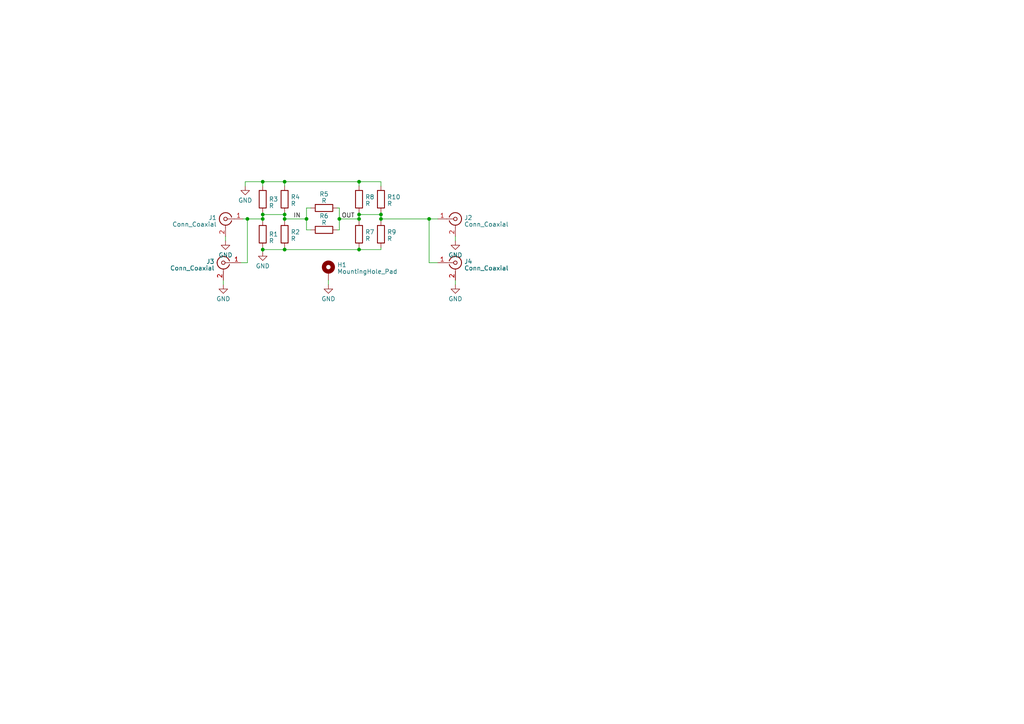
<source format=kicad_sch>
(kicad_sch (version 20230121) (generator eeschema)

  (uuid b79c9f3b-29dc-413f-bd4f-a205bf27a82d)

  (paper "A4")

  (lib_symbols
    (symbol "Connector:Conn_Coaxial" (pin_names (offset 1.016) hide) (in_bom yes) (on_board yes)
      (property "Reference" "J" (at 0.254 3.048 0)
        (effects (font (size 1.27 1.27)))
      )
      (property "Value" "Conn_Coaxial" (at 2.921 0 90)
        (effects (font (size 1.27 1.27)))
      )
      (property "Footprint" "" (at 0 0 0)
        (effects (font (size 1.27 1.27)) hide)
      )
      (property "Datasheet" " ~" (at 0 0 0)
        (effects (font (size 1.27 1.27)) hide)
      )
      (property "ki_keywords" "BNC SMA SMB SMC LEMO coaxial connector CINCH RCA" (at 0 0 0)
        (effects (font (size 1.27 1.27)) hide)
      )
      (property "ki_description" "coaxial connector (BNC, SMA, SMB, SMC, Cinch/RCA, LEMO, ...)" (at 0 0 0)
        (effects (font (size 1.27 1.27)) hide)
      )
      (property "ki_fp_filters" "*BNC* *SMA* *SMB* *SMC* *Cinch* *LEMO*" (at 0 0 0)
        (effects (font (size 1.27 1.27)) hide)
      )
      (symbol "Conn_Coaxial_0_1"
        (arc (start -1.778 -0.508) (mid 0.2311 -1.8066) (end 1.778 0)
          (stroke (width 0.254) (type default))
          (fill (type none))
        )
        (polyline
          (pts
            (xy -2.54 0)
            (xy -0.508 0)
          )
          (stroke (width 0) (type default))
          (fill (type none))
        )
        (polyline
          (pts
            (xy 0 -2.54)
            (xy 0 -1.778)
          )
          (stroke (width 0) (type default))
          (fill (type none))
        )
        (circle (center 0 0) (radius 0.508)
          (stroke (width 0.2032) (type default))
          (fill (type none))
        )
        (arc (start 1.778 0) (mid 0.2099 1.8101) (end -1.778 0.508)
          (stroke (width 0.254) (type default))
          (fill (type none))
        )
      )
      (symbol "Conn_Coaxial_1_1"
        (pin passive line (at -5.08 0 0) (length 2.54)
          (name "In" (effects (font (size 1.27 1.27))))
          (number "1" (effects (font (size 1.27 1.27))))
        )
        (pin passive line (at 0 -5.08 90) (length 2.54)
          (name "Ext" (effects (font (size 1.27 1.27))))
          (number "2" (effects (font (size 1.27 1.27))))
        )
      )
    )
    (symbol "Device:R" (pin_numbers hide) (pin_names (offset 0)) (in_bom yes) (on_board yes)
      (property "Reference" "R" (at 2.032 0 90)
        (effects (font (size 1.27 1.27)))
      )
      (property "Value" "R" (at 0 0 90)
        (effects (font (size 1.27 1.27)))
      )
      (property "Footprint" "" (at -1.778 0 90)
        (effects (font (size 1.27 1.27)) hide)
      )
      (property "Datasheet" "~" (at 0 0 0)
        (effects (font (size 1.27 1.27)) hide)
      )
      (property "ki_keywords" "R res resistor" (at 0 0 0)
        (effects (font (size 1.27 1.27)) hide)
      )
      (property "ki_description" "Resistor" (at 0 0 0)
        (effects (font (size 1.27 1.27)) hide)
      )
      (property "ki_fp_filters" "R_*" (at 0 0 0)
        (effects (font (size 1.27 1.27)) hide)
      )
      (symbol "R_0_1"
        (rectangle (start -1.016 -2.54) (end 1.016 2.54)
          (stroke (width 0.254) (type default))
          (fill (type none))
        )
      )
      (symbol "R_1_1"
        (pin passive line (at 0 3.81 270) (length 1.27)
          (name "~" (effects (font (size 1.27 1.27))))
          (number "1" (effects (font (size 1.27 1.27))))
        )
        (pin passive line (at 0 -3.81 90) (length 1.27)
          (name "~" (effects (font (size 1.27 1.27))))
          (number "2" (effects (font (size 1.27 1.27))))
        )
      )
    )
    (symbol "Mechanical:MountingHole_Pad" (pin_numbers hide) (pin_names (offset 1.016) hide) (in_bom yes) (on_board yes)
      (property "Reference" "H" (at 0 6.35 0)
        (effects (font (size 1.27 1.27)))
      )
      (property "Value" "MountingHole_Pad" (at 0 4.445 0)
        (effects (font (size 1.27 1.27)))
      )
      (property "Footprint" "" (at 0 0 0)
        (effects (font (size 1.27 1.27)) hide)
      )
      (property "Datasheet" "~" (at 0 0 0)
        (effects (font (size 1.27 1.27)) hide)
      )
      (property "ki_keywords" "mounting hole" (at 0 0 0)
        (effects (font (size 1.27 1.27)) hide)
      )
      (property "ki_description" "Mounting Hole with connection" (at 0 0 0)
        (effects (font (size 1.27 1.27)) hide)
      )
      (property "ki_fp_filters" "MountingHole*Pad*" (at 0 0 0)
        (effects (font (size 1.27 1.27)) hide)
      )
      (symbol "MountingHole_Pad_0_1"
        (circle (center 0 1.27) (radius 1.27)
          (stroke (width 1.27) (type default))
          (fill (type none))
        )
      )
      (symbol "MountingHole_Pad_1_1"
        (pin input line (at 0 -2.54 90) (length 2.54)
          (name "1" (effects (font (size 1.27 1.27))))
          (number "1" (effects (font (size 1.27 1.27))))
        )
      )
    )
    (symbol "power:GND" (power) (pin_names (offset 0)) (in_bom yes) (on_board yes)
      (property "Reference" "#PWR" (at 0 -6.35 0)
        (effects (font (size 1.27 1.27)) hide)
      )
      (property "Value" "GND" (at 0 -3.81 0)
        (effects (font (size 1.27 1.27)))
      )
      (property "Footprint" "" (at 0 0 0)
        (effects (font (size 1.27 1.27)) hide)
      )
      (property "Datasheet" "" (at 0 0 0)
        (effects (font (size 1.27 1.27)) hide)
      )
      (property "ki_keywords" "global power" (at 0 0 0)
        (effects (font (size 1.27 1.27)) hide)
      )
      (property "ki_description" "Power symbol creates a global label with name \"GND\" , ground" (at 0 0 0)
        (effects (font (size 1.27 1.27)) hide)
      )
      (symbol "GND_0_1"
        (polyline
          (pts
            (xy 0 0)
            (xy 0 -1.27)
            (xy 1.27 -1.27)
            (xy 0 -2.54)
            (xy -1.27 -1.27)
            (xy 0 -1.27)
          )
          (stroke (width 0) (type default))
          (fill (type none))
        )
      )
      (symbol "GND_1_1"
        (pin power_in line (at 0 0 270) (length 0) hide
          (name "GND" (effects (font (size 1.27 1.27))))
          (number "1" (effects (font (size 1.27 1.27))))
        )
      )
    )
  )

  (junction (at 82.55 52.705) (diameter 0) (color 0 0 0 0)
    (uuid 01764de9-592e-435d-96ed-4a59e4b784e7)
  )
  (junction (at 104.14 72.39) (diameter 0) (color 0 0 0 0)
    (uuid 0a44eb6b-fe29-4556-ac02-773afa381f9e)
  )
  (junction (at 76.2 63.5) (diameter 0) (color 0 0 0 0)
    (uuid 124e06e9-49bf-4329-a992-5487ad3b1983)
  )
  (junction (at 104.14 62.23) (diameter 0) (color 0 0 0 0)
    (uuid 2c48f5a0-aead-49d7-a0ba-5bdbd295161c)
  )
  (junction (at 124.46 63.5) (diameter 0) (color 0 0 0 0)
    (uuid 43090835-dbdc-416c-aece-df57ffe852ed)
  )
  (junction (at 76.2 62.23) (diameter 0) (color 0 0 0 0)
    (uuid 50423316-3b42-4447-a3f1-5c8e91effa14)
  )
  (junction (at 82.55 63.5) (diameter 0) (color 0 0 0 0)
    (uuid 69a64855-997f-4182-9bc4-9be46312fe5f)
  )
  (junction (at 82.55 72.39) (diameter 0) (color 0 0 0 0)
    (uuid 7155767f-b10c-49a4-abf2-870b93cb3832)
  )
  (junction (at 76.2 72.39) (diameter 0) (color 0 0 0 0)
    (uuid 72e264b5-a210-4ef2-905a-17778cce3e58)
  )
  (junction (at 82.55 62.23) (diameter 0) (color 0 0 0 0)
    (uuid 81b0d091-41fd-4b16-b366-9b5da5c9a136)
  )
  (junction (at 110.49 63.5) (diameter 0) (color 0 0 0 0)
    (uuid 854bc641-8b83-4ec4-88aa-84346d35c439)
  )
  (junction (at 88.9 63.5) (diameter 0) (color 0 0 0 0)
    (uuid 9b605649-622b-4d81-80f9-e9abead735f6)
  )
  (junction (at 71.755 63.5) (diameter 0) (color 0 0 0 0)
    (uuid b42432ba-82b6-48c9-ba58-0d866b38b783)
  )
  (junction (at 104.14 52.705) (diameter 0) (color 0 0 0 0)
    (uuid c7200b91-71be-4cbe-ab6e-d73d0c95c508)
  )
  (junction (at 104.14 63.5) (diameter 0) (color 0 0 0 0)
    (uuid d144c04c-064b-40fc-b40b-1f65fe1fca97)
  )
  (junction (at 76.2 52.705) (diameter 0) (color 0 0 0 0)
    (uuid d971c71a-de88-475b-ba35-6502e1e97b99)
  )
  (junction (at 98.425 63.5) (diameter 0) (color 0 0 0 0)
    (uuid e50a4d25-7892-4033-9cf9-46d0cf1dba89)
  )
  (junction (at 110.49 62.23) (diameter 0) (color 0 0 0 0)
    (uuid fb92c093-f824-40dd-853c-dbe9eb183f93)
  )

  (wire (pts (xy 76.2 61.595) (xy 76.2 62.23))
    (stroke (width 0) (type default))
    (uuid 02b290de-2b3a-4349-bc5e-57a3935f660f)
  )
  (wire (pts (xy 95.25 81.28) (xy 95.25 82.55))
    (stroke (width 0) (type default))
    (uuid 07244325-f7c8-4290-98c1-bee6e7fda1bd)
  )
  (wire (pts (xy 76.2 63.5) (xy 76.2 64.135))
    (stroke (width 0) (type default))
    (uuid 0a680a1b-9c67-4bb5-9478-1642c0a18997)
  )
  (wire (pts (xy 104.14 72.39) (xy 110.49 72.39))
    (stroke (width 0) (type default))
    (uuid 10b688d3-901c-450c-8103-01bfb53f596d)
  )
  (wire (pts (xy 76.2 52.705) (xy 82.55 52.705))
    (stroke (width 0) (type default))
    (uuid 14536661-d9bc-4632-8c75-779719f5affd)
  )
  (wire (pts (xy 110.49 63.5) (xy 124.46 63.5))
    (stroke (width 0) (type default))
    (uuid 2183f2a8-4dc1-48fa-a317-ce86d91012e3)
  )
  (wire (pts (xy 97.79 66.675) (xy 98.425 66.675))
    (stroke (width 0) (type default))
    (uuid 240c9f33-0dc3-417e-bf90-ef9f0c713360)
  )
  (wire (pts (xy 88.9 60.325) (xy 90.17 60.325))
    (stroke (width 0) (type default))
    (uuid 2845ca0a-3d93-462d-80c5-a432e3b004b5)
  )
  (wire (pts (xy 82.55 62.23) (xy 82.55 61.595))
    (stroke (width 0) (type default))
    (uuid 2d55ff41-084f-4fe0-a680-1ce43ad8fb27)
  )
  (wire (pts (xy 76.2 72.39) (xy 76.2 73.025))
    (stroke (width 0) (type default))
    (uuid 2f2a09aa-2a73-467e-8ae0-295bc99ce324)
  )
  (wire (pts (xy 82.55 52.705) (xy 104.14 52.705))
    (stroke (width 0) (type default))
    (uuid 3762db7c-e007-40c7-bfa6-a91082639f94)
  )
  (wire (pts (xy 110.49 62.23) (xy 110.49 63.5))
    (stroke (width 0) (type default))
    (uuid 402458f5-b2ca-458b-8d09-21f508374806)
  )
  (wire (pts (xy 104.14 63.5) (xy 104.14 64.135))
    (stroke (width 0) (type default))
    (uuid 44d2b16a-d268-4fdf-a718-10ae1222ae76)
  )
  (wire (pts (xy 76.2 62.23) (xy 82.55 62.23))
    (stroke (width 0) (type default))
    (uuid 44d39de5-56ee-48a4-9853-8c1408af5252)
  )
  (wire (pts (xy 82.55 63.5) (xy 88.9 63.5))
    (stroke (width 0) (type default))
    (uuid 46b6cc85-afd8-48c6-9eb7-ca8cc6e1a5f0)
  )
  (wire (pts (xy 65.405 68.58) (xy 65.405 69.85))
    (stroke (width 0) (type default))
    (uuid 4b2b3f82-cd5a-4e30-8308-9a49758ede7d)
  )
  (wire (pts (xy 88.9 63.5) (xy 88.9 66.675))
    (stroke (width 0) (type default))
    (uuid 59f6551c-cb86-4c65-a45a-1c6cab5a59d3)
  )
  (wire (pts (xy 76.2 52.705) (xy 76.2 53.975))
    (stroke (width 0) (type default))
    (uuid 5cc1dc0b-4fa0-4aad-93d0-99fbd8a92c49)
  )
  (wire (pts (xy 82.55 71.755) (xy 82.55 72.39))
    (stroke (width 0) (type default))
    (uuid 5fdff06b-6332-4995-aba1-a6a13a70ad18)
  )
  (wire (pts (xy 71.12 52.705) (xy 76.2 52.705))
    (stroke (width 0) (type default))
    (uuid 60f2b22a-d776-4f59-8d78-2be3340c9cc7)
  )
  (wire (pts (xy 104.14 52.705) (xy 110.49 52.705))
    (stroke (width 0) (type default))
    (uuid 66dd314e-4e5c-4b1d-a11c-fe167e834fe7)
  )
  (wire (pts (xy 110.49 62.23) (xy 110.49 61.595))
    (stroke (width 0) (type default))
    (uuid 6c984b16-04de-4bbe-ac2a-b632525b5b88)
  )
  (wire (pts (xy 76.2 71.755) (xy 76.2 72.39))
    (stroke (width 0) (type default))
    (uuid 71ea28d9-ec1c-4ba0-b4cf-ab630f4b11c0)
  )
  (wire (pts (xy 124.46 76.2) (xy 127 76.2))
    (stroke (width 0) (type default))
    (uuid 7437a015-6f70-4ebb-bf8e-8326161c6efe)
  )
  (wire (pts (xy 64.77 81.28) (xy 64.77 82.55))
    (stroke (width 0) (type default))
    (uuid 78469642-9478-4316-88d3-78165bc19c3f)
  )
  (wire (pts (xy 132.08 81.28) (xy 132.08 82.55))
    (stroke (width 0) (type default))
    (uuid 7c674eed-7f8a-4709-b22e-a6ed2d9d27f0)
  )
  (wire (pts (xy 104.14 52.705) (xy 104.14 53.975))
    (stroke (width 0) (type default))
    (uuid 849f9d84-dda4-49c7-b069-04e7f7bee3d1)
  )
  (wire (pts (xy 104.14 61.595) (xy 104.14 62.23))
    (stroke (width 0) (type default))
    (uuid 89177252-82e3-4dba-8f41-5fa17d717db5)
  )
  (wire (pts (xy 88.9 60.325) (xy 88.9 63.5))
    (stroke (width 0) (type default))
    (uuid 8eafe88e-a9a0-4bbb-ac0c-0c1480b76f27)
  )
  (wire (pts (xy 124.46 63.5) (xy 127 63.5))
    (stroke (width 0) (type default))
    (uuid 9d7ab2b9-052b-4c26-8e4a-d44d4085e763)
  )
  (wire (pts (xy 82.55 63.5) (xy 82.55 64.135))
    (stroke (width 0) (type default))
    (uuid a1ee6dfc-c9d3-4f3a-b8ea-ac0139c7d6d1)
  )
  (wire (pts (xy 71.755 63.5) (xy 70.485 63.5))
    (stroke (width 0) (type default))
    (uuid a403ada3-d9b6-4bd9-8571-d455a977f1cb)
  )
  (wire (pts (xy 98.425 63.5) (xy 104.14 63.5))
    (stroke (width 0) (type default))
    (uuid a7812ccb-4e06-477f-91f6-032bb4373923)
  )
  (wire (pts (xy 98.425 63.5) (xy 98.425 60.325))
    (stroke (width 0) (type default))
    (uuid a9dbe305-88f7-4fde-b8c4-4c25f76502df)
  )
  (wire (pts (xy 124.46 63.5) (xy 124.46 76.2))
    (stroke (width 0) (type default))
    (uuid acfb6284-9386-4b14-9278-77526e9caff4)
  )
  (wire (pts (xy 132.08 68.58) (xy 132.08 69.85))
    (stroke (width 0) (type default))
    (uuid ade06de1-b30d-4a94-934b-b91e84a6863a)
  )
  (wire (pts (xy 71.755 63.5) (xy 71.755 76.2))
    (stroke (width 0) (type default))
    (uuid b05b902b-42c9-46c5-a777-99c401e8b3d1)
  )
  (wire (pts (xy 88.9 66.675) (xy 90.17 66.675))
    (stroke (width 0) (type default))
    (uuid b2730c20-a67b-46aa-9a62-e7d49f5f1d8e)
  )
  (wire (pts (xy 98.425 60.325) (xy 97.79 60.325))
    (stroke (width 0) (type default))
    (uuid ba01fded-296e-4631-8a56-3325be21e948)
  )
  (wire (pts (xy 76.2 63.5) (xy 71.755 63.5))
    (stroke (width 0) (type default))
    (uuid bfbaebfd-c234-4bc2-bbdc-39f54ef46553)
  )
  (wire (pts (xy 110.49 52.705) (xy 110.49 53.975))
    (stroke (width 0) (type default))
    (uuid c39a30ea-32eb-4873-a14c-5ae5ff601b9a)
  )
  (wire (pts (xy 82.55 72.39) (xy 104.14 72.39))
    (stroke (width 0) (type default))
    (uuid c9e507d9-a5c2-4bb6-aa62-0dea8d817c2e)
  )
  (wire (pts (xy 69.85 76.2) (xy 71.755 76.2))
    (stroke (width 0) (type default))
    (uuid cd035e9e-d70a-477c-b3ee-d680527dfbb6)
  )
  (wire (pts (xy 76.2 62.23) (xy 76.2 63.5))
    (stroke (width 0) (type default))
    (uuid d2966f4a-a413-410a-893c-f2ead7532379)
  )
  (wire (pts (xy 104.14 72.39) (xy 104.14 71.755))
    (stroke (width 0) (type default))
    (uuid d40d7040-434c-4406-9a6c-1eb0fd625b58)
  )
  (wire (pts (xy 110.49 63.5) (xy 110.49 64.135))
    (stroke (width 0) (type default))
    (uuid dba3dc30-6eba-46e7-9c0b-235b072d7b4f)
  )
  (wire (pts (xy 76.2 72.39) (xy 82.55 72.39))
    (stroke (width 0) (type default))
    (uuid e2488f09-c120-4220-aaea-e36abcc5ba93)
  )
  (wire (pts (xy 82.55 62.23) (xy 82.55 63.5))
    (stroke (width 0) (type default))
    (uuid e33d381b-d35b-45b5-90f3-b8a1f3b596d7)
  )
  (wire (pts (xy 104.14 62.23) (xy 104.14 63.5))
    (stroke (width 0) (type default))
    (uuid e49d32f1-0bdc-4e94-a026-dde4d8e86a6e)
  )
  (wire (pts (xy 110.49 71.755) (xy 110.49 72.39))
    (stroke (width 0) (type default))
    (uuid ef4cbc1a-21e6-48a2-a75e-acab63a4cdb2)
  )
  (wire (pts (xy 104.14 62.23) (xy 110.49 62.23))
    (stroke (width 0) (type default))
    (uuid f53efc60-f288-40dd-a982-0cbe0850e819)
  )
  (wire (pts (xy 82.55 52.705) (xy 82.55 53.975))
    (stroke (width 0) (type default))
    (uuid fb5d28d6-9f6c-4265-9fc1-c2edc0bd3282)
  )
  (wire (pts (xy 98.425 63.5) (xy 98.425 66.675))
    (stroke (width 0) (type default))
    (uuid fe6ce854-97e8-4b71-9e8d-11d4e6173f07)
  )
  (wire (pts (xy 71.12 53.975) (xy 71.12 52.705))
    (stroke (width 0) (type default))
    (uuid fe8746f8-43a7-4396-b420-cc8b28d89053)
  )

  (label "IN" (at 85.09 63.5 0) (fields_autoplaced)
    (effects (font (size 1.27 1.27)) (justify left bottom))
    (uuid 747ba066-381c-4e45-ad6d-93c7e8bdb8c3)
  )
  (label "OUT" (at 99.06 63.5 0) (fields_autoplaced)
    (effects (font (size 1.27 1.27)) (justify left bottom))
    (uuid c28ea0c8-6b5b-4c10-ace5-2a7cfce9450b)
  )

  (symbol (lib_id "Device:R") (at 110.49 57.785 0) (unit 1)
    (in_bom yes) (on_board yes) (dnp no) (fields_autoplaced)
    (uuid 10f00dcb-ee4b-4666-8573-3cd54b38b261)
    (property "Reference" "R10" (at 112.268 57.1413 0)
      (effects (font (size 1.27 1.27)) (justify left))
    )
    (property "Value" "R" (at 112.268 59.0623 0)
      (effects (font (size 1.27 1.27)) (justify left))
    )
    (property "Footprint" "Resistor_SMD:R_2512_6332Metric_Pad1.40x3.35mm_HandSolder" (at 108.712 57.785 90)
      (effects (font (size 1.27 1.27)) hide)
    )
    (property "Datasheet" "~" (at 110.49 57.785 0)
      (effects (font (size 1.27 1.27)) hide)
    )
    (pin "1" (uuid 1f3d0276-3988-466e-b87c-1ac024174ee5))
    (pin "2" (uuid 3b817c62-acee-47b1-b986-f5ce5ef3f379))
    (instances
      (project "2512-Attenuator"
        (path "/b79c9f3b-29dc-413f-bd4f-a205bf27a82d"
          (reference "R10") (unit 1)
        )
      )
    )
  )

  (symbol (lib_id "Connector:Conn_Coaxial") (at 132.08 63.5 0) (unit 1)
    (in_bom yes) (on_board yes) (dnp no) (fields_autoplaced)
    (uuid 1cf888ac-0fef-4927-bcba-8e9d26aac974)
    (property "Reference" "J2" (at 134.6201 63.1495 0)
      (effects (font (size 1.27 1.27)) (justify left))
    )
    (property "Value" "Conn_Coaxial" (at 134.6201 65.0705 0)
      (effects (font (size 1.27 1.27)) (justify left))
    )
    (property "Footprint" "Connector_Coaxial:BNC_Amphenol_B6252HB-NPP3G-50_Horizontal" (at 132.08 63.5 0)
      (effects (font (size 1.27 1.27)) hide)
    )
    (property "Datasheet" " ~" (at 132.08 63.5 0)
      (effects (font (size 1.27 1.27)) hide)
    )
    (pin "1" (uuid 2c51da7d-7402-43d2-bd35-2479e8fdd75d))
    (pin "2" (uuid 966b60e7-5aa3-42ea-b3ce-a5d0bf7438ea))
    (instances
      (project "2512-Attenuator"
        (path "/b79c9f3b-29dc-413f-bd4f-a205bf27a82d"
          (reference "J2") (unit 1)
        )
      )
    )
  )

  (symbol (lib_id "Device:R") (at 82.55 57.785 0) (unit 1)
    (in_bom yes) (on_board yes) (dnp no) (fields_autoplaced)
    (uuid 20eeaff2-8f75-44a8-8906-d308e41b31e0)
    (property "Reference" "R4" (at 84.328 57.1413 0)
      (effects (font (size 1.27 1.27)) (justify left))
    )
    (property "Value" "R" (at 84.328 59.0623 0)
      (effects (font (size 1.27 1.27)) (justify left))
    )
    (property "Footprint" "Resistor_SMD:R_2512_6332Metric_Pad1.40x3.35mm_HandSolder" (at 80.772 57.785 90)
      (effects (font (size 1.27 1.27)) hide)
    )
    (property "Datasheet" "~" (at 82.55 57.785 0)
      (effects (font (size 1.27 1.27)) hide)
    )
    (pin "1" (uuid ca7614a5-d370-46fe-ad18-debd8577191e))
    (pin "2" (uuid 8aff4d85-8240-43d7-a6ee-fece7e26d9c0))
    (instances
      (project "2512-Attenuator"
        (path "/b79c9f3b-29dc-413f-bd4f-a205bf27a82d"
          (reference "R4") (unit 1)
        )
      )
    )
  )

  (symbol (lib_id "power:GND") (at 65.405 69.85 0) (unit 1)
    (in_bom yes) (on_board yes) (dnp no) (fields_autoplaced)
    (uuid 26ee0e55-459b-45dd-b1d7-ccaa784d6389)
    (property "Reference" "#PWR02" (at 65.405 76.2 0)
      (effects (font (size 1.27 1.27)) hide)
    )
    (property "Value" "GND" (at 65.405 73.9855 0)
      (effects (font (size 1.27 1.27)))
    )
    (property "Footprint" "" (at 65.405 69.85 0)
      (effects (font (size 1.27 1.27)) hide)
    )
    (property "Datasheet" "" (at 65.405 69.85 0)
      (effects (font (size 1.27 1.27)) hide)
    )
    (pin "1" (uuid fd8349cb-fc36-424d-8415-9a060441b5e4))
    (instances
      (project "2512-Attenuator"
        (path "/b79c9f3b-29dc-413f-bd4f-a205bf27a82d"
          (reference "#PWR02") (unit 1)
        )
      )
    )
  )

  (symbol (lib_id "power:GND") (at 64.77 82.55 0) (unit 1)
    (in_bom yes) (on_board yes) (dnp no) (fields_autoplaced)
    (uuid 32b3757e-d575-4924-820b-01aa067e9816)
    (property "Reference" "#PWR01" (at 64.77 88.9 0)
      (effects (font (size 1.27 1.27)) hide)
    )
    (property "Value" "GND" (at 64.77 86.6855 0)
      (effects (font (size 1.27 1.27)))
    )
    (property "Footprint" "" (at 64.77 82.55 0)
      (effects (font (size 1.27 1.27)) hide)
    )
    (property "Datasheet" "" (at 64.77 82.55 0)
      (effects (font (size 1.27 1.27)) hide)
    )
    (pin "1" (uuid 31d7647d-2cc5-49f2-bcca-59bd351679ea))
    (instances
      (project "2512-Attenuator"
        (path "/b79c9f3b-29dc-413f-bd4f-a205bf27a82d"
          (reference "#PWR01") (unit 1)
        )
      )
    )
  )

  (symbol (lib_id "power:GND") (at 132.08 69.85 0) (unit 1)
    (in_bom yes) (on_board yes) (dnp no) (fields_autoplaced)
    (uuid 38469c18-393b-467e-8b13-315951a0cb07)
    (property "Reference" "#PWR07" (at 132.08 76.2 0)
      (effects (font (size 1.27 1.27)) hide)
    )
    (property "Value" "GND" (at 132.08 73.9855 0)
      (effects (font (size 1.27 1.27)))
    )
    (property "Footprint" "" (at 132.08 69.85 0)
      (effects (font (size 1.27 1.27)) hide)
    )
    (property "Datasheet" "" (at 132.08 69.85 0)
      (effects (font (size 1.27 1.27)) hide)
    )
    (pin "1" (uuid 62124063-3365-4a81-a88f-4cf6ee71a95f))
    (instances
      (project "2512-Attenuator"
        (path "/b79c9f3b-29dc-413f-bd4f-a205bf27a82d"
          (reference "#PWR07") (unit 1)
        )
      )
    )
  )

  (symbol (lib_id "Device:R") (at 104.14 57.785 0) (unit 1)
    (in_bom yes) (on_board yes) (dnp no) (fields_autoplaced)
    (uuid 38a78cd1-586f-4e49-afeb-238cc46ed1a0)
    (property "Reference" "R8" (at 105.918 57.1413 0)
      (effects (font (size 1.27 1.27)) (justify left))
    )
    (property "Value" "R" (at 105.918 59.0623 0)
      (effects (font (size 1.27 1.27)) (justify left))
    )
    (property "Footprint" "Resistor_SMD:R_2512_6332Metric_Pad1.40x3.35mm_HandSolder" (at 102.362 57.785 90)
      (effects (font (size 1.27 1.27)) hide)
    )
    (property "Datasheet" "~" (at 104.14 57.785 0)
      (effects (font (size 1.27 1.27)) hide)
    )
    (pin "1" (uuid f4c8d6c4-bdd0-4d6d-aeab-1736b237bbe2))
    (pin "2" (uuid 4fd3ea5d-1458-4792-8e46-5ccbafb18fd7))
    (instances
      (project "2512-Attenuator"
        (path "/b79c9f3b-29dc-413f-bd4f-a205bf27a82d"
          (reference "R8") (unit 1)
        )
      )
    )
  )

  (symbol (lib_id "Connector:Conn_Coaxial") (at 64.77 76.2 0) (mirror y) (unit 1)
    (in_bom yes) (on_board yes) (dnp no)
    (uuid 41e4c94f-b2ff-47bd-a870-146e58073564)
    (property "Reference" "J3" (at 62.2299 75.8495 0)
      (effects (font (size 1.27 1.27)) (justify left))
    )
    (property "Value" "Conn_Coaxial" (at 62.2299 77.7705 0)
      (effects (font (size 1.27 1.27)) (justify left))
    )
    (property "Footprint" "Connector_Coaxial:SMA_Amphenol_901-143_Horizontal" (at 64.77 76.2 0)
      (effects (font (size 1.27 1.27)) hide)
    )
    (property "Datasheet" " ~" (at 64.77 76.2 0)
      (effects (font (size 1.27 1.27)) hide)
    )
    (pin "1" (uuid 12a88238-6838-49e7-af5c-10f1add45330))
    (pin "2" (uuid 785a54fd-0710-4a87-9bf5-0e9692c10024))
    (instances
      (project "2512-Attenuator"
        (path "/b79c9f3b-29dc-413f-bd4f-a205bf27a82d"
          (reference "J3") (unit 1)
        )
      )
    )
  )

  (symbol (lib_id "Device:R") (at 76.2 57.785 0) (unit 1)
    (in_bom yes) (on_board yes) (dnp no)
    (uuid 48ec2556-1115-47cb-bd70-b3bb89b10004)
    (property "Reference" "R3" (at 77.978 57.7763 0)
      (effects (font (size 1.27 1.27)) (justify left))
    )
    (property "Value" "R" (at 77.978 59.6973 0)
      (effects (font (size 1.27 1.27)) (justify left))
    )
    (property "Footprint" "Resistor_SMD:R_2512_6332Metric_Pad1.40x3.35mm_HandSolder" (at 74.422 57.785 90)
      (effects (font (size 1.27 1.27)) hide)
    )
    (property "Datasheet" "~" (at 76.2 57.785 0)
      (effects (font (size 1.27 1.27)) hide)
    )
    (pin "1" (uuid 99b9a43c-84f6-4aa3-a8d4-e821a9e5eafe))
    (pin "2" (uuid bf46967a-4c2b-47ef-ac9e-c67fa78810ed))
    (instances
      (project "2512-Attenuator"
        (path "/b79c9f3b-29dc-413f-bd4f-a205bf27a82d"
          (reference "R3") (unit 1)
        )
      )
    )
  )

  (symbol (lib_id "Device:R") (at 82.55 67.945 0) (unit 1)
    (in_bom yes) (on_board yes) (dnp no) (fields_autoplaced)
    (uuid 5fe80b04-f015-4768-9a4f-47d7277e1c2b)
    (property "Reference" "R2" (at 84.328 67.3013 0)
      (effects (font (size 1.27 1.27)) (justify left))
    )
    (property "Value" "R" (at 84.328 69.2223 0)
      (effects (font (size 1.27 1.27)) (justify left))
    )
    (property "Footprint" "Resistor_SMD:R_2512_6332Metric_Pad1.40x3.35mm_HandSolder" (at 80.772 67.945 90)
      (effects (font (size 1.27 1.27)) hide)
    )
    (property "Datasheet" "~" (at 82.55 67.945 0)
      (effects (font (size 1.27 1.27)) hide)
    )
    (pin "1" (uuid bb708fa2-009c-482e-8d49-ffcbf84f12df))
    (pin "2" (uuid 786236ff-746e-4cc2-8231-a0e93a9ae4a1))
    (instances
      (project "2512-Attenuator"
        (path "/b79c9f3b-29dc-413f-bd4f-a205bf27a82d"
          (reference "R2") (unit 1)
        )
      )
    )
  )

  (symbol (lib_id "power:GND") (at 132.08 82.55 0) (unit 1)
    (in_bom yes) (on_board yes) (dnp no) (fields_autoplaced)
    (uuid 693439ec-f26c-4be0-9a7c-f8d689b8b576)
    (property "Reference" "#PWR04" (at 132.08 88.9 0)
      (effects (font (size 1.27 1.27)) hide)
    )
    (property "Value" "GND" (at 132.08 86.6855 0)
      (effects (font (size 1.27 1.27)))
    )
    (property "Footprint" "" (at 132.08 82.55 0)
      (effects (font (size 1.27 1.27)) hide)
    )
    (property "Datasheet" "" (at 132.08 82.55 0)
      (effects (font (size 1.27 1.27)) hide)
    )
    (pin "1" (uuid 9915aaad-524e-4e7e-8be5-4b73f5acade7))
    (instances
      (project "2512-Attenuator"
        (path "/b79c9f3b-29dc-413f-bd4f-a205bf27a82d"
          (reference "#PWR04") (unit 1)
        )
      )
    )
  )

  (symbol (lib_id "power:GND") (at 76.2 73.025 0) (unit 1)
    (in_bom yes) (on_board yes) (dnp no) (fields_autoplaced)
    (uuid 8e686483-8ac9-4d15-8f2b-3b90e7843dd5)
    (property "Reference" "#PWR03" (at 76.2 79.375 0)
      (effects (font (size 1.27 1.27)) hide)
    )
    (property "Value" "GND" (at 76.2 77.1605 0)
      (effects (font (size 1.27 1.27)))
    )
    (property "Footprint" "" (at 76.2 73.025 0)
      (effects (font (size 1.27 1.27)) hide)
    )
    (property "Datasheet" "" (at 76.2 73.025 0)
      (effects (font (size 1.27 1.27)) hide)
    )
    (pin "1" (uuid 0e9976d2-878e-4829-8fb5-647f0cfd7e03))
    (instances
      (project "2512-Attenuator"
        (path "/b79c9f3b-29dc-413f-bd4f-a205bf27a82d"
          (reference "#PWR03") (unit 1)
        )
      )
    )
  )

  (symbol (lib_id "power:GND") (at 95.25 82.55 0) (unit 1)
    (in_bom yes) (on_board yes) (dnp no) (fields_autoplaced)
    (uuid 9c6dc9bc-e8c9-4a4a-95a5-2f42e8b73d22)
    (property "Reference" "#PWR05" (at 95.25 88.9 0)
      (effects (font (size 1.27 1.27)) hide)
    )
    (property "Value" "GND" (at 95.25 86.6855 0)
      (effects (font (size 1.27 1.27)))
    )
    (property "Footprint" "" (at 95.25 82.55 0)
      (effects (font (size 1.27 1.27)) hide)
    )
    (property "Datasheet" "" (at 95.25 82.55 0)
      (effects (font (size 1.27 1.27)) hide)
    )
    (pin "1" (uuid 45a4b4f9-7ec6-4d59-ba91-44b9654ed2ba))
    (instances
      (project "2512-Attenuator"
        (path "/b79c9f3b-29dc-413f-bd4f-a205bf27a82d"
          (reference "#PWR05") (unit 1)
        )
      )
    )
  )

  (symbol (lib_id "Device:R") (at 104.14 67.945 0) (unit 1)
    (in_bom yes) (on_board yes) (dnp no) (fields_autoplaced)
    (uuid b8d6d353-ea1d-448e-9d8f-d9a66d151335)
    (property "Reference" "R7" (at 105.918 67.3013 0)
      (effects (font (size 1.27 1.27)) (justify left))
    )
    (property "Value" "R" (at 105.918 69.2223 0)
      (effects (font (size 1.27 1.27)) (justify left))
    )
    (property "Footprint" "Resistor_SMD:R_2512_6332Metric_Pad1.40x3.35mm_HandSolder" (at 102.362 67.945 90)
      (effects (font (size 1.27 1.27)) hide)
    )
    (property "Datasheet" "~" (at 104.14 67.945 0)
      (effects (font (size 1.27 1.27)) hide)
    )
    (pin "1" (uuid 8b9b1a0c-e756-4ced-9ae5-540d95ac5c88))
    (pin "2" (uuid e5d0cebb-ab8e-47b7-9ae2-15a7afb02c4d))
    (instances
      (project "2512-Attenuator"
        (path "/b79c9f3b-29dc-413f-bd4f-a205bf27a82d"
          (reference "R7") (unit 1)
        )
      )
    )
  )

  (symbol (lib_id "Device:R") (at 110.49 67.945 0) (unit 1)
    (in_bom yes) (on_board yes) (dnp no) (fields_autoplaced)
    (uuid c9502939-fc3a-4897-b65a-91f3c5dc76de)
    (property "Reference" "R9" (at 112.268 67.3013 0)
      (effects (font (size 1.27 1.27)) (justify left))
    )
    (property "Value" "R" (at 112.268 69.2223 0)
      (effects (font (size 1.27 1.27)) (justify left))
    )
    (property "Footprint" "Resistor_SMD:R_2512_6332Metric_Pad1.40x3.35mm_HandSolder" (at 108.712 67.945 90)
      (effects (font (size 1.27 1.27)) hide)
    )
    (property "Datasheet" "~" (at 110.49 67.945 0)
      (effects (font (size 1.27 1.27)) hide)
    )
    (pin "1" (uuid 77a66fac-7292-4d23-84c8-9b9a09918607))
    (pin "2" (uuid 6d259295-f02f-43a7-8fab-6896f696d78e))
    (instances
      (project "2512-Attenuator"
        (path "/b79c9f3b-29dc-413f-bd4f-a205bf27a82d"
          (reference "R9") (unit 1)
        )
      )
    )
  )

  (symbol (lib_id "Device:R") (at 93.98 60.325 90) (unit 1)
    (in_bom yes) (on_board yes) (dnp no) (fields_autoplaced)
    (uuid ce480e6c-66ee-4efa-ad61-5aaabaee7bab)
    (property "Reference" "R5" (at 93.98 56.2991 90)
      (effects (font (size 1.27 1.27)))
    )
    (property "Value" "R" (at 93.98 58.2201 90)
      (effects (font (size 1.27 1.27)))
    )
    (property "Footprint" "Resistor_SMD:R_2512_6332Metric_Pad1.40x3.35mm_HandSolder" (at 93.98 62.103 90)
      (effects (font (size 1.27 1.27)) hide)
    )
    (property "Datasheet" "~" (at 93.98 60.325 0)
      (effects (font (size 1.27 1.27)) hide)
    )
    (pin "1" (uuid cc8d5a7b-2528-45a0-960d-d2f8f714aab7))
    (pin "2" (uuid 2ae8ae38-06f5-460e-982f-2a01755d44ea))
    (instances
      (project "2512-Attenuator"
        (path "/b79c9f3b-29dc-413f-bd4f-a205bf27a82d"
          (reference "R5") (unit 1)
        )
      )
    )
  )

  (symbol (lib_id "Device:R") (at 93.98 66.675 90) (unit 1)
    (in_bom yes) (on_board yes) (dnp no)
    (uuid d446c14a-7c1f-4d7b-9cbf-133c90cad216)
    (property "Reference" "R6" (at 93.98 62.6491 90)
      (effects (font (size 1.27 1.27)))
    )
    (property "Value" "R" (at 93.98 64.5701 90)
      (effects (font (size 1.27 1.27)))
    )
    (property "Footprint" "Resistor_SMD:R_2512_6332Metric_Pad1.40x3.35mm_HandSolder" (at 93.98 68.453 90)
      (effects (font (size 1.27 1.27)) hide)
    )
    (property "Datasheet" "~" (at 93.98 66.675 0)
      (effects (font (size 1.27 1.27)) hide)
    )
    (pin "1" (uuid 4245e273-9916-4579-a3a3-62579db8090a))
    (pin "2" (uuid 15a9b267-18dc-4b59-bf69-6624673aa774))
    (instances
      (project "2512-Attenuator"
        (path "/b79c9f3b-29dc-413f-bd4f-a205bf27a82d"
          (reference "R6") (unit 1)
        )
      )
    )
  )

  (symbol (lib_id "Mechanical:MountingHole_Pad") (at 95.25 78.74 0) (unit 1)
    (in_bom yes) (on_board yes) (dnp no) (fields_autoplaced)
    (uuid db036fbf-f365-47fc-abbd-5d3dd9dd562d)
    (property "Reference" "H1" (at 97.79 76.8263 0)
      (effects (font (size 1.27 1.27)) (justify left))
    )
    (property "Value" "MountingHole_Pad" (at 97.79 78.7473 0)
      (effects (font (size 1.27 1.27)) (justify left))
    )
    (property "Footprint" "MountingHole:MountingHole_3.2mm_M3_Pad_Via" (at 95.25 78.74 0)
      (effects (font (size 1.27 1.27)) hide)
    )
    (property "Datasheet" "~" (at 95.25 78.74 0)
      (effects (font (size 1.27 1.27)) hide)
    )
    (pin "1" (uuid 207904a4-a1d7-4e7a-8d0a-95dc2a326b16))
    (instances
      (project "2512-Attenuator"
        (path "/b79c9f3b-29dc-413f-bd4f-a205bf27a82d"
          (reference "H1") (unit 1)
        )
      )
    )
  )

  (symbol (lib_id "power:GND") (at 71.12 53.975 0) (unit 1)
    (in_bom yes) (on_board yes) (dnp no) (fields_autoplaced)
    (uuid df791cc4-41d2-4886-bbd5-888cdfb91615)
    (property "Reference" "#PWR06" (at 71.12 60.325 0)
      (effects (font (size 1.27 1.27)) hide)
    )
    (property "Value" "GND" (at 71.12 58.1105 0)
      (effects (font (size 1.27 1.27)))
    )
    (property "Footprint" "" (at 71.12 53.975 0)
      (effects (font (size 1.27 1.27)) hide)
    )
    (property "Datasheet" "" (at 71.12 53.975 0)
      (effects (font (size 1.27 1.27)) hide)
    )
    (pin "1" (uuid e77271d6-8ad1-45bd-8752-7ce65bdb76cb))
    (instances
      (project "2512-Attenuator"
        (path "/b79c9f3b-29dc-413f-bd4f-a205bf27a82d"
          (reference "#PWR06") (unit 1)
        )
      )
    )
  )

  (symbol (lib_id "Connector:Conn_Coaxial") (at 132.08 76.2 0) (unit 1)
    (in_bom yes) (on_board yes) (dnp no) (fields_autoplaced)
    (uuid ec50d5fb-4cef-4e97-bbd5-17cc3dd43a99)
    (property "Reference" "J4" (at 134.6201 75.8495 0)
      (effects (font (size 1.27 1.27)) (justify left))
    )
    (property "Value" "Conn_Coaxial" (at 134.6201 77.7705 0)
      (effects (font (size 1.27 1.27)) (justify left))
    )
    (property "Footprint" "Connector_Coaxial:SMA_Amphenol_901-143_Horizontal" (at 132.08 76.2 0)
      (effects (font (size 1.27 1.27)) hide)
    )
    (property "Datasheet" " ~" (at 132.08 76.2 0)
      (effects (font (size 1.27 1.27)) hide)
    )
    (pin "1" (uuid f68640cc-84ce-4d23-8299-d86553b47ac7))
    (pin "2" (uuid a29a65c7-de02-4dce-8aed-0f59d7c15e2b))
    (instances
      (project "2512-Attenuator"
        (path "/b79c9f3b-29dc-413f-bd4f-a205bf27a82d"
          (reference "J4") (unit 1)
        )
      )
    )
  )

  (symbol (lib_id "Connector:Conn_Coaxial") (at 65.405 63.5 0) (mirror y) (unit 1)
    (in_bom yes) (on_board yes) (dnp no)
    (uuid f061a02a-3959-4de8-94d3-f13f46b4d4a5)
    (property "Reference" "J1" (at 62.8649 63.1495 0)
      (effects (font (size 1.27 1.27)) (justify left))
    )
    (property "Value" "Conn_Coaxial" (at 62.8649 65.0705 0)
      (effects (font (size 1.27 1.27)) (justify left))
    )
    (property "Footprint" "Connector_Coaxial:BNC_Amphenol_B6252HB-NPP3G-50_Horizontal" (at 65.405 63.5 0)
      (effects (font (size 1.27 1.27)) hide)
    )
    (property "Datasheet" " ~" (at 65.405 63.5 0)
      (effects (font (size 1.27 1.27)) hide)
    )
    (pin "1" (uuid 82f1b512-39bb-4c22-98e7-86014b58c97c))
    (pin "2" (uuid 6c23a43d-01b3-45b1-8d53-c7c1b3b75c8d))
    (instances
      (project "2512-Attenuator"
        (path "/b79c9f3b-29dc-413f-bd4f-a205bf27a82d"
          (reference "J1") (unit 1)
        )
      )
    )
  )

  (symbol (lib_id "Device:R") (at 76.2 67.945 0) (unit 1)
    (in_bom yes) (on_board yes) (dnp no)
    (uuid f3a32754-e423-4546-b4cc-8ead661b7281)
    (property "Reference" "R1" (at 77.978 67.9363 0)
      (effects (font (size 1.27 1.27)) (justify left))
    )
    (property "Value" "R" (at 77.978 69.8573 0)
      (effects (font (size 1.27 1.27)) (justify left))
    )
    (property "Footprint" "Resistor_SMD:R_2512_6332Metric_Pad1.40x3.35mm_HandSolder" (at 74.422 67.945 90)
      (effects (font (size 1.27 1.27)) hide)
    )
    (property "Datasheet" "~" (at 76.2 67.945 0)
      (effects (font (size 1.27 1.27)) hide)
    )
    (pin "1" (uuid 24aa28ef-21bc-4c0a-966f-422cc5f102f9))
    (pin "2" (uuid 0a711900-98ae-4cdc-a47c-5dba3f262d2d))
    (instances
      (project "2512-Attenuator"
        (path "/b79c9f3b-29dc-413f-bd4f-a205bf27a82d"
          (reference "R1") (unit 1)
        )
      )
    )
  )

  (sheet_instances
    (path "/" (page "1"))
  )
)

</source>
